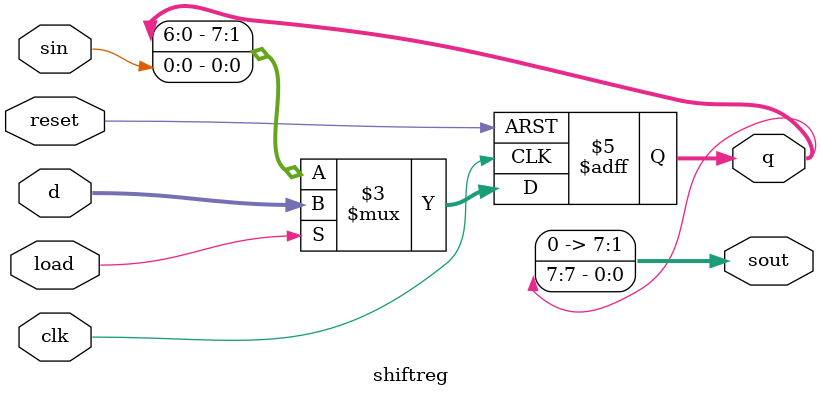
<source format=sv>
module shiftreg
  #(parameter N = 8)
   (
     input logic clk,
     input logic reset, load,
     input logic sin,
     input logic [N-1:0] d,
     output logic [N-1:0] q,
     output logic [N-1:0] sout
   );

  always_ff@(posedge clk, posedge reset)
    if(reset)
      q <= 0;
    else if(load)
      q<= d;
    else
      q <= {q[N-2:0],sin};

  assign sout = q[N-1];

endmodule

</source>
